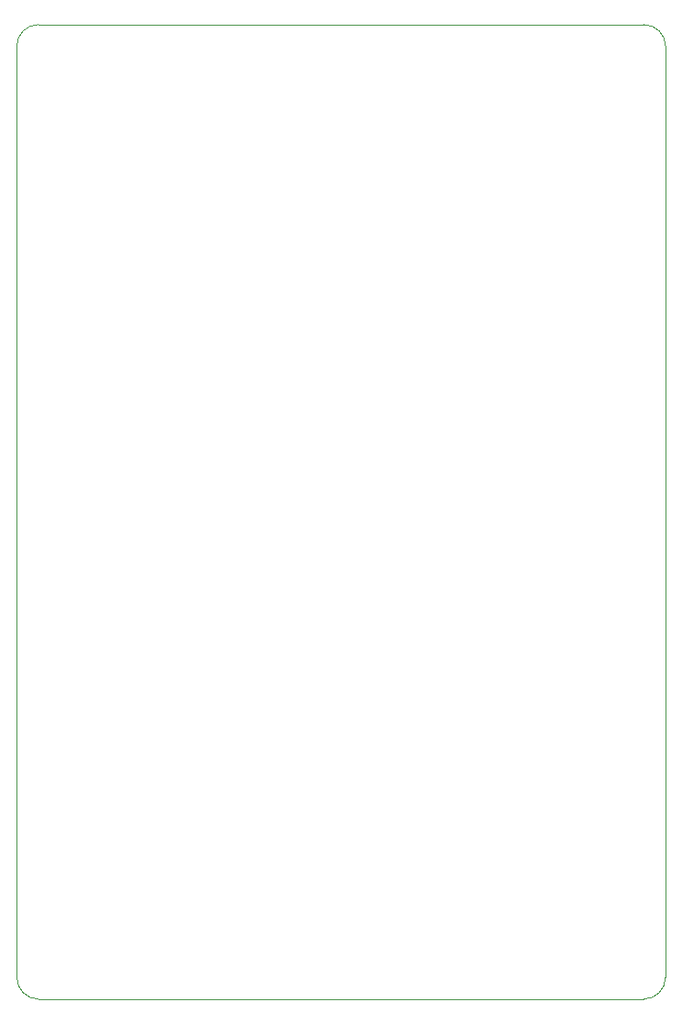
<source format=gm1>
G04 #@! TF.GenerationSoftware,KiCad,Pcbnew,(5.0.0-rc2-dev-130-g0bdae22af-dirty)*
G04 #@! TF.CreationDate,2018-10-04T20:35:14+03:00*
G04 #@! TF.ProjectId,icu,6963752E6B696361645F706362000000,rev?*
G04 #@! TF.SameCoordinates,Original*
G04 #@! TF.FileFunction,Profile,NP*
%FSLAX46Y46*%
G04 Gerber Fmt 4.6, Leading zero omitted, Abs format (unit mm)*
G04 Created by KiCad (PCBNEW (5.0.0-rc2-dev-130-g0bdae22af-dirty)) date Thu Oct  4 20:35:14 2018*
%MOMM*%
%LPD*%
G01*
G04 APERTURE LIST*
%ADD10C,0.100000*%
G04 APERTURE END LIST*
D10*
X138000000Y-137000000D02*
G75*
G03X140000000Y-139000000I2000000J0D01*
G01*
X196000000Y-139000000D02*
G75*
G03X198000000Y-137000000I0J2000000D01*
G01*
X198000000Y-51000000D02*
G75*
G03X196000000Y-49000000I-2000000J0D01*
G01*
X140000000Y-49000000D02*
G75*
G03X138000000Y-51000000I0J-2000000D01*
G01*
X140000000Y-49000000D02*
X196000000Y-49000000D01*
X139999643Y-139000000D02*
X196000000Y-139000000D01*
X198000000Y-137000000D02*
X198000000Y-51000000D01*
X138000000Y-51000000D02*
X138000000Y-137000232D01*
M02*

</source>
